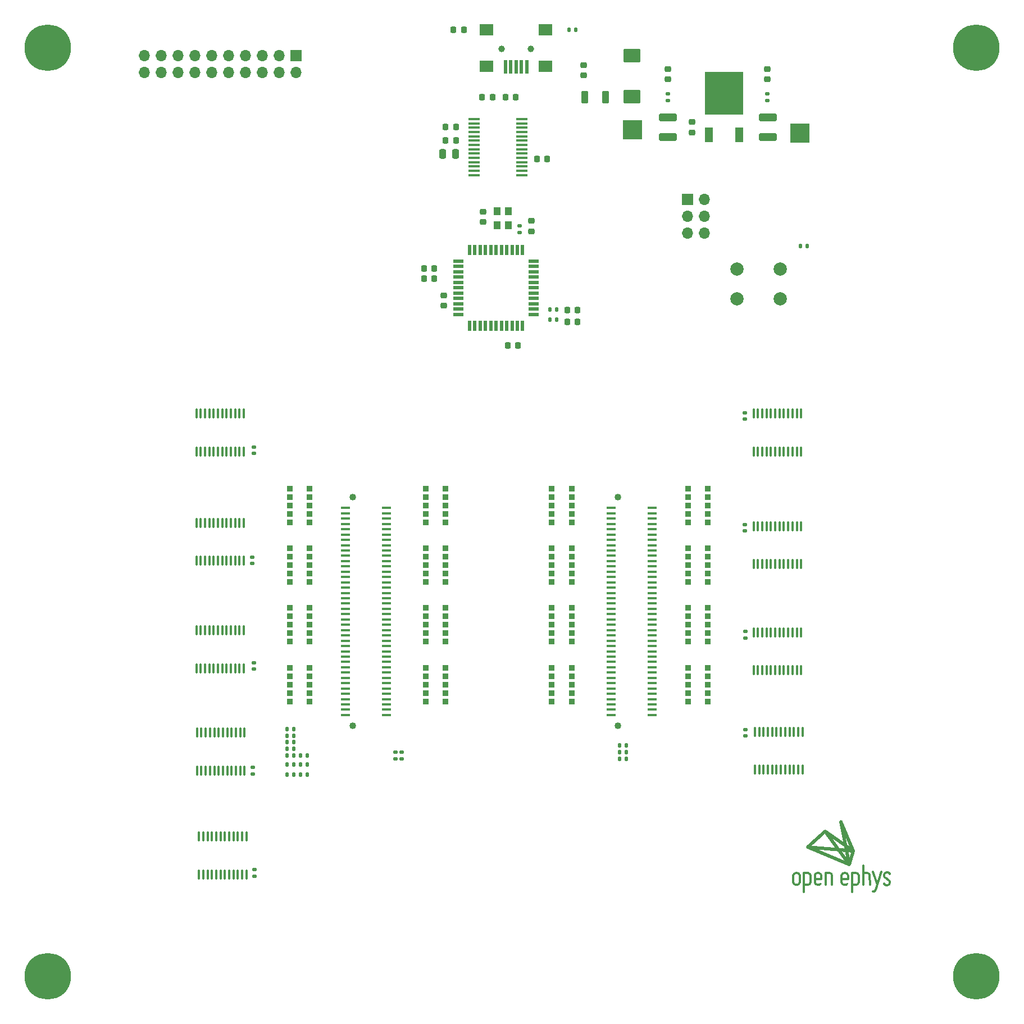
<source format=gbr>
%TF.GenerationSoftware,KiCad,Pcbnew,(6.0.0)*%
%TF.CreationDate,2022-10-06T12:47:50-04:00*%
%TF.ProjectId,ecp5u85-bse-usb_io-tester,65637035-7538-4352-9d62-73652d757362,A*%
%TF.SameCoordinates,Original*%
%TF.FileFunction,Soldermask,Top*%
%TF.FilePolarity,Negative*%
%FSLAX46Y46*%
G04 Gerber Fmt 4.6, Leading zero omitted, Abs format (unit mm)*
G04 Created by KiCad (PCBNEW (6.0.0)) date 2022-10-06 12:47:50*
%MOMM*%
%LPD*%
G01*
G04 APERTURE LIST*
G04 Aperture macros list*
%AMRoundRect*
0 Rectangle with rounded corners*
0 $1 Rounding radius*
0 $2 $3 $4 $5 $6 $7 $8 $9 X,Y pos of 4 corners*
0 Add a 4 corners polygon primitive as box body*
4,1,4,$2,$3,$4,$5,$6,$7,$8,$9,$2,$3,0*
0 Add four circle primitives for the rounded corners*
1,1,$1+$1,$2,$3*
1,1,$1+$1,$4,$5*
1,1,$1+$1,$6,$7*
1,1,$1+$1,$8,$9*
0 Add four rect primitives between the rounded corners*
20,1,$1+$1,$2,$3,$4,$5,0*
20,1,$1+$1,$4,$5,$6,$7,0*
20,1,$1+$1,$6,$7,$8,$9,0*
20,1,$1+$1,$8,$9,$2,$3,0*%
G04 Aperture macros list end*
%ADD10C,0.360000*%
%ADD11C,0.550000*%
%ADD12RoundRect,0.250000X1.025000X-0.787500X1.025000X0.787500X-1.025000X0.787500X-1.025000X-0.787500X0*%
%ADD13RoundRect,0.250000X-0.275000X-0.700000X0.275000X-0.700000X0.275000X0.700000X-0.275000X0.700000X0*%
%ADD14R,1.500000X0.550000*%
%ADD15R,0.550000X1.500000*%
%ADD16RoundRect,0.140000X0.170000X-0.140000X0.170000X0.140000X-0.170000X0.140000X-0.170000X-0.140000X0*%
%ADD17RoundRect,0.218750X-0.256250X0.218750X-0.256250X-0.218750X0.256250X-0.218750X0.256250X0.218750X0*%
%ADD18RoundRect,0.100000X-0.100000X0.637500X-0.100000X-0.637500X0.100000X-0.637500X0.100000X0.637500X0*%
%ADD19RoundRect,0.135000X-0.185000X0.135000X-0.185000X-0.135000X0.185000X-0.135000X0.185000X0.135000X0*%
%ADD20RoundRect,0.225000X-0.225000X0.225000X-0.225000X-0.225000X0.225000X-0.225000X0.225000X0.225000X0*%
%ADD21C,2.000000*%
%ADD22RoundRect,0.135000X-0.135000X-0.185000X0.135000X-0.185000X0.135000X0.185000X-0.135000X0.185000X0*%
%ADD23R,1.700000X1.700000*%
%ADD24O,1.700000X1.700000*%
%ADD25RoundRect,0.135000X0.135000X0.185000X-0.135000X0.185000X-0.135000X-0.185000X0.135000X-0.185000X0*%
%ADD26C,7.000000*%
%ADD27RoundRect,0.100000X0.100000X-0.637500X0.100000X0.637500X-0.100000X0.637500X-0.100000X-0.637500X0*%
%ADD28RoundRect,0.140000X-0.170000X0.140000X-0.170000X-0.140000X0.170000X-0.140000X0.170000X0.140000X0*%
%ADD29RoundRect,0.225000X0.250000X-0.225000X0.250000X0.225000X-0.250000X0.225000X-0.250000X-0.225000X0*%
%ADD30C,1.016000*%
%ADD31R,1.450000X0.457000*%
%ADD32RoundRect,0.225000X-0.225000X-0.250000X0.225000X-0.250000X0.225000X0.250000X-0.225000X0.250000X0*%
%ADD33RoundRect,0.218750X0.218750X0.256250X-0.218750X0.256250X-0.218750X-0.256250X0.218750X-0.256250X0*%
%ADD34RoundRect,0.225000X0.225000X0.250000X-0.225000X0.250000X-0.225000X-0.250000X0.225000X-0.250000X0*%
%ADD35R,1.100000X1.300000*%
%ADD36R,1.200000X2.200000*%
%ADD37R,5.800000X6.400000*%
%ADD38RoundRect,0.225000X-0.250000X0.225000X-0.250000X-0.225000X0.250000X-0.225000X0.250000X0.225000X0*%
%ADD39RoundRect,0.218750X0.256250X-0.218750X0.256250X0.218750X-0.256250X0.218750X-0.256250X-0.218750X0*%
%ADD40R,1.750000X0.450000*%
%ADD41RoundRect,0.250000X1.100000X-0.325000X1.100000X0.325000X-1.100000X0.325000X-1.100000X-0.325000X0*%
%ADD42C,1.000000*%
%ADD43R,0.500000X2.000000*%
%ADD44R,2.000000X1.700000*%
%ADD45R,3.000000X3.000000*%
%ADD46RoundRect,0.250000X0.250000X0.475000X-0.250000X0.475000X-0.250000X-0.475000X0.250000X-0.475000X0*%
G04 APERTURE END LIST*
D10*
%TO.C,*%
X289680000Y-192340000D02*
X289440000Y-192340000D01*
X280880000Y-192420000D02*
X280280000Y-192420000D01*
X289080000Y-192820000D02*
X289100000Y-192920000D01*
X285960000Y-194160000D02*
X285960000Y-191320000D01*
X286560000Y-192420000D02*
X286100000Y-192420000D01*
X281240000Y-194180000D02*
X281240000Y-192780000D01*
X289880000Y-192440000D02*
X289920000Y-192500000D01*
X287380000Y-192240000D02*
X288040000Y-194160000D01*
X284280000Y-194180000D02*
X284880000Y-194180000D01*
X282680000Y-192780000D02*
X282680000Y-193820000D01*
X285240000Y-193820000D02*
X285240000Y-192780000D01*
D11*
X284400000Y-189100000D02*
X280200000Y-186100000D01*
D10*
X289100000Y-192920000D02*
X289180000Y-193040000D01*
D11*
X283800000Y-191100000D02*
X284400000Y-189100000D01*
X283800000Y-191100000D02*
X282600000Y-184700000D01*
D10*
X289960000Y-193760000D02*
X289940000Y-193660000D01*
X286940000Y-194180000D02*
X286920000Y-192780000D01*
X283280000Y-192420000D02*
X283040000Y-192420000D01*
X275400000Y-192780000D02*
X275400000Y-193820000D01*
X289120000Y-194080000D02*
X289120000Y-194040000D01*
X282800000Y-193300000D02*
X283640000Y-193300000D01*
X279000000Y-194180000D02*
X279360000Y-194180000D01*
X284880000Y-192420000D02*
X284280000Y-192420000D01*
X279600000Y-192820000D02*
X279600000Y-193300000D01*
D11*
X283800000Y-191100000D02*
X277600000Y-188500000D01*
D10*
X277020000Y-194180000D02*
X277620000Y-194180000D01*
X277020000Y-192420000D02*
X277020000Y-194180000D01*
D11*
X280200000Y-186100000D02*
X283800000Y-191100000D01*
D10*
X289960000Y-193860000D02*
X289960000Y-193760000D01*
X289260000Y-194200000D02*
X289160000Y-194140000D01*
X287660000Y-195180000D02*
X287480000Y-195220000D01*
D11*
X277600000Y-188500000D02*
X280200000Y-186100000D01*
D10*
X280280000Y-192420000D02*
X280280000Y-194180000D01*
X284280000Y-192420000D02*
X284280000Y-194180000D01*
X278640000Y-192780000D02*
X278640000Y-193820000D01*
X289940000Y-193660000D02*
X289760000Y-193480000D01*
X277020000Y-194200000D02*
X277020000Y-195240000D01*
X276350000Y-193820000D02*
X276350000Y-192780000D01*
X279240000Y-192420000D02*
X279000000Y-192420000D01*
X278760000Y-193300000D02*
X279600000Y-193300000D01*
D11*
X282600000Y-184700000D02*
X284400000Y-189100000D01*
D10*
X277980000Y-193820000D02*
X277980000Y-192780000D01*
X289080000Y-192720000D02*
X289080000Y-192820000D01*
X289780000Y-192380000D02*
X289880000Y-192440000D01*
D11*
X277600000Y-188500000D02*
X284400000Y-189100000D01*
D10*
X283040000Y-194180000D02*
X283400000Y-194180000D01*
X288660000Y-192240000D02*
X287820000Y-194940000D01*
X289340000Y-194240000D02*
X289260000Y-194200000D01*
X289160000Y-194140000D02*
X289120000Y-194080000D01*
X287480000Y-195220000D02*
X287380000Y-195220000D01*
X289920000Y-192500000D02*
X289920000Y-192540000D01*
X275960000Y-194180000D02*
X275770000Y-194180000D01*
X289760000Y-193480000D02*
X289440000Y-193240000D01*
X275790000Y-192420000D02*
X275990000Y-192420000D01*
X289360000Y-194240000D02*
X289600000Y-194240000D01*
X283640000Y-192820000D02*
X283640000Y-193300000D01*
X289180000Y-193040000D02*
X289500000Y-193280000D01*
X277620000Y-192420000D02*
X277020000Y-192420000D01*
X289700000Y-192340000D02*
X289780000Y-192380000D01*
X287800000Y-194980000D02*
X287660000Y-195180000D01*
X284280000Y-194200000D02*
X284280000Y-195240000D01*
X277620000Y-194180000D02*
G75*
G03*
X277980000Y-193820000I-2J360002D01*
G01*
X276350000Y-192780000D02*
G75*
G03*
X275990000Y-192420000I-360002J-2D01*
G01*
X275990000Y-194180000D02*
G75*
G03*
X276350000Y-193820000I-2J360002D01*
G01*
X286920000Y-192780000D02*
G75*
G03*
X286560000Y-192420000I-360002J-2D01*
G01*
X277980000Y-192780000D02*
G75*
G03*
X277620000Y-192420000I-360002J-2D01*
G01*
X283400000Y-194180000D02*
G75*
G03*
X283540000Y-194040000I0J140000D01*
G01*
X282680000Y-193820000D02*
G75*
G03*
X283040000Y-194180000I360002J2D01*
G01*
X289600000Y-194240000D02*
G75*
G03*
X289960000Y-193880000I-2J360002D01*
G01*
X279360000Y-194180000D02*
G75*
G03*
X279500000Y-194040000I0J140000D01*
G01*
X283640000Y-192780000D02*
G75*
G03*
X283280000Y-192420000I-360002J-2D01*
G01*
X275400000Y-193820000D02*
G75*
G03*
X275760000Y-194180000I360002J2D01*
G01*
X278640000Y-193820000D02*
G75*
G03*
X279000000Y-194180000I360002J2D01*
G01*
X283040000Y-192420000D02*
G75*
G03*
X282680000Y-192780000I2J-360002D01*
G01*
X279000000Y-192420000D02*
G75*
G03*
X278640000Y-192780000I2J-360002D01*
G01*
X284880000Y-194180000D02*
G75*
G03*
X285240000Y-193820000I-2J360002D01*
G01*
X275760000Y-192420000D02*
G75*
G03*
X275400000Y-192780000I2J-360002D01*
G01*
X285240000Y-192780000D02*
G75*
G03*
X284880000Y-192420000I-360002J-2D01*
G01*
X281240000Y-192780000D02*
G75*
G03*
X280880000Y-192420000I-360002J-2D01*
G01*
X289440000Y-192340000D02*
G75*
G03*
X289080000Y-192700000I2J-360002D01*
G01*
X279600000Y-192780000D02*
G75*
G03*
X279240000Y-192420000I-360002J-2D01*
G01*
%TD*%
D12*
%TO.C,C15*%
X251100000Y-75412500D03*
X251100000Y-69187500D03*
%TD*%
D13*
%TO.C,FB2*%
X243925000Y-75500000D03*
X247075000Y-75500000D03*
%TD*%
D14*
%TO.C,U6*%
X224900000Y-100200000D03*
X224900000Y-101000000D03*
X224900000Y-101800000D03*
X224900000Y-102600000D03*
X224900000Y-103400000D03*
X224900000Y-104200000D03*
X224900000Y-105000000D03*
X224900000Y-105800000D03*
X224900000Y-106600000D03*
X224900000Y-107400000D03*
X224900000Y-108200000D03*
D15*
X226600000Y-109900000D03*
X227400000Y-109900000D03*
X228200000Y-109900000D03*
X229000000Y-109900000D03*
X229800000Y-109900000D03*
X230600000Y-109900000D03*
X231400000Y-109900000D03*
X232200000Y-109900000D03*
X233000000Y-109900000D03*
X233800000Y-109900000D03*
X234600000Y-109900000D03*
D14*
X236300000Y-108200000D03*
X236300000Y-107400000D03*
X236300000Y-106600000D03*
X236300000Y-105800000D03*
X236300000Y-105000000D03*
X236300000Y-104200000D03*
X236300000Y-103400000D03*
X236300000Y-102600000D03*
X236300000Y-101800000D03*
X236300000Y-101000000D03*
X236300000Y-100200000D03*
D15*
X234600000Y-98500000D03*
X233800000Y-98500000D03*
X233000000Y-98500000D03*
X232200000Y-98500000D03*
X231400000Y-98500000D03*
X230600000Y-98500000D03*
X229800000Y-98500000D03*
X229000000Y-98500000D03*
X228200000Y-98500000D03*
X227400000Y-98500000D03*
X226600000Y-98500000D03*
%TD*%
D16*
%TO.C,C6*%
X194100000Y-129180000D03*
X194100000Y-128220000D03*
%TD*%
D17*
%TO.C,D1*%
X256500000Y-71212500D03*
X256500000Y-72787500D03*
%TD*%
D18*
%TO.C,U5*%
X192575000Y-139637500D03*
X191925000Y-139637500D03*
X191275000Y-139637500D03*
X190625000Y-139637500D03*
X189975000Y-139637500D03*
X189325000Y-139637500D03*
X188675000Y-139637500D03*
X188025000Y-139637500D03*
X187375000Y-139637500D03*
X186725000Y-139637500D03*
X186075000Y-139637500D03*
X185425000Y-139637500D03*
X185425000Y-145362500D03*
X186075000Y-145362500D03*
X186725000Y-145362500D03*
X187375000Y-145362500D03*
X188025000Y-145362500D03*
X188675000Y-145362500D03*
X189325000Y-145362500D03*
X189975000Y-145362500D03*
X190625000Y-145362500D03*
X191275000Y-145362500D03*
X191925000Y-145362500D03*
X192575000Y-145362500D03*
%TD*%
D19*
%TO.C,R2*%
X216400000Y-174190000D03*
X216400000Y-175210000D03*
%TD*%
D20*
%TO.C,RN11*%
X262500000Y-161460000D03*
X259500000Y-161460000D03*
X262500000Y-162730000D03*
X259500000Y-162730000D03*
X262500000Y-164000000D03*
X259500000Y-164000000D03*
X262500000Y-165270000D03*
X259500000Y-165270000D03*
X262500000Y-166540000D03*
X259500000Y-166540000D03*
%TD*%
D21*
%TO.C,SW1*%
X273400000Y-101400000D03*
X266900000Y-101400000D03*
X273400000Y-105900000D03*
X266900000Y-105900000D03*
%TD*%
D22*
%TO.C,R5*%
X199090000Y-171700000D03*
X200110000Y-171700000D03*
%TD*%
D23*
%TO.C,J5*%
X200425000Y-69225000D03*
D24*
X200425000Y-71765000D03*
X197885000Y-69225000D03*
X197885000Y-71765000D03*
X195345000Y-69225000D03*
X195345000Y-71765000D03*
X192805000Y-69225000D03*
X192805000Y-71765000D03*
X190265000Y-69225000D03*
X190265000Y-71765000D03*
X187725000Y-69225000D03*
X187725000Y-71765000D03*
X185185000Y-69225000D03*
X185185000Y-71765000D03*
X182645000Y-69225000D03*
X182645000Y-71765000D03*
X180105000Y-69225000D03*
X180105000Y-71765000D03*
X177565000Y-69225000D03*
X177565000Y-71765000D03*
%TD*%
D22*
%TO.C,R17*%
X199080000Y-174700000D03*
X200100000Y-174700000D03*
%TD*%
D25*
%TO.C,R19*%
X242620000Y-65350000D03*
X241600000Y-65350000D03*
%TD*%
D26*
%TO.C,H3*%
X163000000Y-68000000D03*
%TD*%
D19*
%TO.C,R1*%
X215400000Y-174190000D03*
X215400000Y-175210000D03*
%TD*%
D27*
%TO.C,U7*%
X269425000Y-161862500D03*
X270075000Y-161862500D03*
X270725000Y-161862500D03*
X271375000Y-161862500D03*
X272025000Y-161862500D03*
X272675000Y-161862500D03*
X273325000Y-161862500D03*
X273975000Y-161862500D03*
X274625000Y-161862500D03*
X275275000Y-161862500D03*
X275925000Y-161862500D03*
X276575000Y-161862500D03*
X276575000Y-156137500D03*
X275925000Y-156137500D03*
X275275000Y-156137500D03*
X274625000Y-156137500D03*
X273975000Y-156137500D03*
X273325000Y-156137500D03*
X272675000Y-156137500D03*
X272025000Y-156137500D03*
X271375000Y-156137500D03*
X270725000Y-156137500D03*
X270075000Y-156137500D03*
X269425000Y-156137500D03*
%TD*%
D20*
%TO.C,RN16*%
X262500000Y-134460000D03*
X259500000Y-134460000D03*
X262500000Y-135730000D03*
X259500000Y-135730000D03*
X262500000Y-137000000D03*
X259500000Y-137000000D03*
X262500000Y-138270000D03*
X259500000Y-138270000D03*
X262500000Y-139540000D03*
X259500000Y-139540000D03*
%TD*%
D23*
%TO.C,J4*%
X259425000Y-90875000D03*
D24*
X261965000Y-90875000D03*
X259425000Y-93415000D03*
X261965000Y-93415000D03*
X259425000Y-95955000D03*
X261965000Y-95955000D03*
%TD*%
D28*
%TO.C,C10*%
X268200000Y-170820000D03*
X268200000Y-171780000D03*
%TD*%
D18*
%TO.C,U4*%
X192575000Y-123137500D03*
X191925000Y-123137500D03*
X191275000Y-123137500D03*
X190625000Y-123137500D03*
X189975000Y-123137500D03*
X189325000Y-123137500D03*
X188675000Y-123137500D03*
X188025000Y-123137500D03*
X187375000Y-123137500D03*
X186725000Y-123137500D03*
X186075000Y-123137500D03*
X185425000Y-123137500D03*
X185425000Y-128862500D03*
X186075000Y-128862500D03*
X186725000Y-128862500D03*
X187375000Y-128862500D03*
X188025000Y-128862500D03*
X188675000Y-128862500D03*
X189325000Y-128862500D03*
X189975000Y-128862500D03*
X190625000Y-128862500D03*
X191275000Y-128862500D03*
X191925000Y-128862500D03*
X192575000Y-128862500D03*
%TD*%
D29*
%TO.C,C4*%
X260100000Y-80775000D03*
X260100000Y-79225000D03*
%TD*%
D30*
%TO.C,J3*%
X248968000Y-135762000D03*
X248968000Y-170238000D03*
D31*
X247914000Y-168600000D03*
X254086000Y-168600000D03*
X247914000Y-167800000D03*
X254086000Y-167800000D03*
X247914000Y-167000000D03*
X254086000Y-167000000D03*
X247914000Y-166200000D03*
X254086000Y-166200000D03*
X247914000Y-165400000D03*
X254086000Y-165400000D03*
X247914000Y-164600000D03*
X254086000Y-164600000D03*
X247914000Y-163800000D03*
X254086000Y-163800000D03*
X247914000Y-163000000D03*
X254086000Y-163000000D03*
X247914000Y-162200000D03*
X254086000Y-162200000D03*
X247914000Y-161400000D03*
X254086000Y-161400000D03*
X247914000Y-160600000D03*
X254086000Y-160600000D03*
X247914000Y-159800000D03*
X254086000Y-159800000D03*
X247914000Y-159000000D03*
X254086000Y-159000000D03*
X247914000Y-158200000D03*
X254086000Y-158200000D03*
X247914000Y-157400000D03*
X254086000Y-157400000D03*
X247914000Y-156600000D03*
X254086000Y-156600000D03*
X247914000Y-155800000D03*
X254086000Y-155800000D03*
X247914000Y-155000000D03*
X254086000Y-155000000D03*
X247914000Y-154200000D03*
X254086000Y-154200000D03*
X247914000Y-153400000D03*
X254086000Y-153400000D03*
X247914000Y-152600000D03*
X254086000Y-152600000D03*
X247914000Y-151800000D03*
X254086000Y-151800000D03*
X247914000Y-151000000D03*
X254086000Y-151000000D03*
X247914000Y-150200000D03*
X254086000Y-150200000D03*
X247914000Y-149400000D03*
X254086000Y-149400000D03*
X247914000Y-148600000D03*
X254086000Y-148600000D03*
X247914000Y-147800000D03*
X254086000Y-147800000D03*
X247914000Y-147000000D03*
X254086000Y-147000000D03*
X247914000Y-146200000D03*
X254086000Y-146200000D03*
X247914000Y-145400000D03*
X254086000Y-145400000D03*
X247914000Y-144600000D03*
X254086000Y-144600000D03*
X247914000Y-143800000D03*
X254086000Y-143800000D03*
X247914000Y-143000000D03*
X254086000Y-143000000D03*
X247914000Y-142200000D03*
X254086000Y-142200000D03*
X247914000Y-141400000D03*
X254086000Y-141400000D03*
X247914000Y-140600000D03*
X254086000Y-140600000D03*
X247914000Y-139800000D03*
X254086000Y-139800000D03*
X247914000Y-139000000D03*
X254086000Y-139000000D03*
X247914000Y-138200000D03*
X254086000Y-138200000D03*
X247914000Y-137400000D03*
X254086000Y-137400000D03*
%TD*%
D20*
%TO.C,RN3*%
X223000000Y-161460000D03*
X220000000Y-161460000D03*
X223000000Y-162730000D03*
X220000000Y-162730000D03*
X223000000Y-164000000D03*
X220000000Y-164000000D03*
X223000000Y-165270000D03*
X220000000Y-165270000D03*
X223000000Y-166540000D03*
X220000000Y-166540000D03*
%TD*%
D18*
%TO.C,U1*%
X192975000Y-186937500D03*
X192325000Y-186937500D03*
X191675000Y-186937500D03*
X191025000Y-186937500D03*
X190375000Y-186937500D03*
X189725000Y-186937500D03*
X189075000Y-186937500D03*
X188425000Y-186937500D03*
X187775000Y-186937500D03*
X187125000Y-186937500D03*
X186475000Y-186937500D03*
X185825000Y-186937500D03*
X185825000Y-192662500D03*
X186475000Y-192662500D03*
X187125000Y-192662500D03*
X187775000Y-192662500D03*
X188425000Y-192662500D03*
X189075000Y-192662500D03*
X189725000Y-192662500D03*
X190375000Y-192662500D03*
X191025000Y-192662500D03*
X191675000Y-192662500D03*
X192325000Y-192662500D03*
X192975000Y-192662500D03*
%TD*%
D32*
%TO.C,C25*%
X232325000Y-112900000D03*
X233875000Y-112900000D03*
%TD*%
D19*
%TO.C,R15*%
X271500000Y-74990000D03*
X271500000Y-76010000D03*
%TD*%
D33*
%TO.C,FB1*%
X221287500Y-101300000D03*
X219712500Y-101300000D03*
%TD*%
D34*
%TO.C,C17*%
X224550000Y-82000000D03*
X223000000Y-82000000D03*
%TD*%
D20*
%TO.C,RN15*%
X262500000Y-152460000D03*
X259500000Y-152460000D03*
X262500000Y-153730000D03*
X259500000Y-153730000D03*
X262500000Y-155000000D03*
X259500000Y-155000000D03*
X262500000Y-156270000D03*
X259500000Y-156270000D03*
X262500000Y-157540000D03*
X259500000Y-157540000D03*
%TD*%
%TO.C,RN7*%
X223000000Y-152460000D03*
X220000000Y-152460000D03*
X223000000Y-153730000D03*
X220000000Y-153730000D03*
X223000000Y-155000000D03*
X220000000Y-155000000D03*
X223000000Y-156270000D03*
X220000000Y-156270000D03*
X223000000Y-157540000D03*
X220000000Y-157540000D03*
%TD*%
D35*
%TO.C,U13*%
X232410000Y-92670000D03*
X232410000Y-94770000D03*
X230760000Y-94770000D03*
X230760000Y-92670000D03*
%TD*%
D22*
%TO.C,R8*%
X199090000Y-177600000D03*
X200110000Y-177600000D03*
%TD*%
D27*
%TO.C,U8*%
X269625000Y-176862500D03*
X270275000Y-176862500D03*
X270925000Y-176862500D03*
X271575000Y-176862500D03*
X272225000Y-176862500D03*
X272875000Y-176862500D03*
X273525000Y-176862500D03*
X274175000Y-176862500D03*
X274825000Y-176862500D03*
X275475000Y-176862500D03*
X276125000Y-176862500D03*
X276775000Y-176862500D03*
X276775000Y-171137500D03*
X276125000Y-171137500D03*
X275475000Y-171137500D03*
X274825000Y-171137500D03*
X274175000Y-171137500D03*
X273525000Y-171137500D03*
X272875000Y-171137500D03*
X272225000Y-171137500D03*
X271575000Y-171137500D03*
X270925000Y-171137500D03*
X270275000Y-171137500D03*
X269625000Y-171137500D03*
%TD*%
D33*
%TO.C,D2*%
X242887500Y-109300000D03*
X241312500Y-109300000D03*
%TD*%
D19*
%TO.C,R12*%
X234100000Y-94890000D03*
X234100000Y-95910000D03*
%TD*%
D20*
%TO.C,RN2*%
X202500000Y-143460000D03*
X199500000Y-143460000D03*
X202500000Y-144730000D03*
X199500000Y-144730000D03*
X202500000Y-146000000D03*
X199500000Y-146000000D03*
X202500000Y-147270000D03*
X199500000Y-147270000D03*
X202500000Y-148540000D03*
X199500000Y-148540000D03*
%TD*%
D22*
%TO.C,R20*%
X276490000Y-97900000D03*
X277510000Y-97900000D03*
%TD*%
D20*
%TO.C,RN1*%
X202500000Y-161460000D03*
X199500000Y-161460000D03*
X202500000Y-162730000D03*
X199500000Y-162730000D03*
X202500000Y-164000000D03*
X199500000Y-164000000D03*
X202500000Y-165270000D03*
X199500000Y-165270000D03*
X202500000Y-166540000D03*
X199500000Y-166540000D03*
%TD*%
%TO.C,RN12*%
X262500000Y-143460000D03*
X259500000Y-143460000D03*
X262500000Y-144730000D03*
X259500000Y-144730000D03*
X262500000Y-146000000D03*
X259500000Y-146000000D03*
X262500000Y-147270000D03*
X259500000Y-147270000D03*
X262500000Y-148540000D03*
X259500000Y-148540000D03*
%TD*%
D16*
%TO.C,C13*%
X193900000Y-177480000D03*
X193900000Y-176520000D03*
%TD*%
D22*
%TO.C,R16*%
X201090000Y-176100000D03*
X202110000Y-176100000D03*
%TD*%
%TO.C,R18*%
X201090000Y-174700000D03*
X202110000Y-174700000D03*
%TD*%
D20*
%TO.C,RN5*%
X202500000Y-152460000D03*
X199500000Y-152460000D03*
X202500000Y-153730000D03*
X199500000Y-153730000D03*
X202500000Y-155000000D03*
X199500000Y-155000000D03*
X202500000Y-156270000D03*
X199500000Y-156270000D03*
X202500000Y-157540000D03*
X199500000Y-157540000D03*
%TD*%
D22*
%TO.C,R4*%
X199090000Y-172700000D03*
X200110000Y-172700000D03*
%TD*%
D29*
%TO.C,C14*%
X243800000Y-72175000D03*
X243800000Y-70625000D03*
%TD*%
D32*
%TO.C,C18*%
X236725000Y-84800000D03*
X238275000Y-84800000D03*
%TD*%
D18*
%TO.C,U11*%
X192675000Y-171237500D03*
X192025000Y-171237500D03*
X191375000Y-171237500D03*
X190725000Y-171237500D03*
X190075000Y-171237500D03*
X189425000Y-171237500D03*
X188775000Y-171237500D03*
X188125000Y-171237500D03*
X187475000Y-171237500D03*
X186825000Y-171237500D03*
X186175000Y-171237500D03*
X185525000Y-171237500D03*
X185525000Y-176962500D03*
X186175000Y-176962500D03*
X186825000Y-176962500D03*
X187475000Y-176962500D03*
X188125000Y-176962500D03*
X188775000Y-176962500D03*
X189425000Y-176962500D03*
X190075000Y-176962500D03*
X190725000Y-176962500D03*
X191375000Y-176962500D03*
X192025000Y-176962500D03*
X192675000Y-176962500D03*
%TD*%
D22*
%TO.C,R3*%
X199090000Y-173700000D03*
X200110000Y-173700000D03*
%TD*%
D25*
%TO.C,R22*%
X250210000Y-174200000D03*
X249190000Y-174200000D03*
%TD*%
D22*
%TO.C,R6*%
X199090000Y-170700000D03*
X200110000Y-170700000D03*
%TD*%
%TO.C,R14*%
X199090000Y-176100000D03*
X200110000Y-176100000D03*
%TD*%
D18*
%TO.C,U2*%
X192575000Y-155837500D03*
X191925000Y-155837500D03*
X191275000Y-155837500D03*
X190625000Y-155837500D03*
X189975000Y-155837500D03*
X189325000Y-155837500D03*
X188675000Y-155837500D03*
X188025000Y-155837500D03*
X187375000Y-155837500D03*
X186725000Y-155837500D03*
X186075000Y-155837500D03*
X185425000Y-155837500D03*
X185425000Y-161562500D03*
X186075000Y-161562500D03*
X186725000Y-161562500D03*
X187375000Y-161562500D03*
X188025000Y-161562500D03*
X188675000Y-161562500D03*
X189325000Y-161562500D03*
X189975000Y-161562500D03*
X190625000Y-161562500D03*
X191275000Y-161562500D03*
X191925000Y-161562500D03*
X192575000Y-161562500D03*
%TD*%
D36*
%TO.C,U3*%
X262645000Y-81145000D03*
D37*
X264925000Y-74845000D03*
D36*
X267205000Y-81145000D03*
%TD*%
D20*
%TO.C,RN10*%
X242000000Y-143460000D03*
X239000000Y-143460000D03*
X242000000Y-144730000D03*
X239000000Y-144730000D03*
X242000000Y-146000000D03*
X239000000Y-146000000D03*
X242000000Y-147270000D03*
X239000000Y-147270000D03*
X242000000Y-148540000D03*
X239000000Y-148540000D03*
%TD*%
D38*
%TO.C,C23*%
X228600000Y-92725000D03*
X228600000Y-94275000D03*
%TD*%
D30*
%TO.C,J1*%
X208968000Y-135762000D03*
X208968000Y-170238000D03*
D31*
X207914000Y-168600000D03*
X214086000Y-168600000D03*
X207914000Y-167800000D03*
X214086000Y-167800000D03*
X207914000Y-167000000D03*
X214086000Y-167000000D03*
X207914000Y-166200000D03*
X214086000Y-166200000D03*
X207914000Y-165400000D03*
X214086000Y-165400000D03*
X207914000Y-164600000D03*
X214086000Y-164600000D03*
X207914000Y-163800000D03*
X214086000Y-163800000D03*
X207914000Y-163000000D03*
X214086000Y-163000000D03*
X207914000Y-162200000D03*
X214086000Y-162200000D03*
X207914000Y-161400000D03*
X214086000Y-161400000D03*
X207914000Y-160600000D03*
X214086000Y-160600000D03*
X207914000Y-159800000D03*
X214086000Y-159800000D03*
X207914000Y-159000000D03*
X214086000Y-159000000D03*
X207914000Y-158200000D03*
X214086000Y-158200000D03*
X207914000Y-157400000D03*
X214086000Y-157400000D03*
X207914000Y-156600000D03*
X214086000Y-156600000D03*
X207914000Y-155800000D03*
X214086000Y-155800000D03*
X207914000Y-155000000D03*
X214086000Y-155000000D03*
X207914000Y-154200000D03*
X214086000Y-154200000D03*
X207914000Y-153400000D03*
X214086000Y-153400000D03*
X207914000Y-152600000D03*
X214086000Y-152600000D03*
X207914000Y-151800000D03*
X214086000Y-151800000D03*
X207914000Y-151000000D03*
X214086000Y-151000000D03*
X207914000Y-150200000D03*
X214086000Y-150200000D03*
X207914000Y-149400000D03*
X214086000Y-149400000D03*
X207914000Y-148600000D03*
X214086000Y-148600000D03*
X207914000Y-147800000D03*
X214086000Y-147800000D03*
X207914000Y-147000000D03*
X214086000Y-147000000D03*
X207914000Y-146200000D03*
X214086000Y-146200000D03*
X207914000Y-145400000D03*
X214086000Y-145400000D03*
X207914000Y-144600000D03*
X214086000Y-144600000D03*
X207914000Y-143800000D03*
X214086000Y-143800000D03*
X207914000Y-143000000D03*
X214086000Y-143000000D03*
X207914000Y-142200000D03*
X214086000Y-142200000D03*
X207914000Y-141400000D03*
X214086000Y-141400000D03*
X207914000Y-140600000D03*
X214086000Y-140600000D03*
X207914000Y-139800000D03*
X214086000Y-139800000D03*
X207914000Y-139000000D03*
X214086000Y-139000000D03*
X207914000Y-138200000D03*
X214086000Y-138200000D03*
X207914000Y-137400000D03*
X214086000Y-137400000D03*
%TD*%
D20*
%TO.C,RN8*%
X223000000Y-134460000D03*
X220000000Y-134460000D03*
X223000000Y-135730000D03*
X220000000Y-135730000D03*
X223000000Y-137000000D03*
X220000000Y-137000000D03*
X223000000Y-138270000D03*
X220000000Y-138270000D03*
X223000000Y-139540000D03*
X220000000Y-139540000D03*
%TD*%
D27*
%TO.C,U9*%
X269425000Y-145862500D03*
X270075000Y-145862500D03*
X270725000Y-145862500D03*
X271375000Y-145862500D03*
X272025000Y-145862500D03*
X272675000Y-145862500D03*
X273325000Y-145862500D03*
X273975000Y-145862500D03*
X274625000Y-145862500D03*
X275275000Y-145862500D03*
X275925000Y-145862500D03*
X276575000Y-145862500D03*
X276575000Y-140137500D03*
X275925000Y-140137500D03*
X275275000Y-140137500D03*
X274625000Y-140137500D03*
X273975000Y-140137500D03*
X273325000Y-140137500D03*
X272675000Y-140137500D03*
X272025000Y-140137500D03*
X271375000Y-140137500D03*
X270725000Y-140137500D03*
X270075000Y-140137500D03*
X269425000Y-140137500D03*
%TD*%
D39*
%TO.C,D5*%
X235900000Y-95687500D03*
X235900000Y-94112500D03*
%TD*%
D40*
%TO.C,U12*%
X234515000Y-87225000D03*
X234515000Y-86575000D03*
X234515000Y-85925000D03*
X234515000Y-85275000D03*
X234515000Y-84625000D03*
X234515000Y-83975000D03*
X234515000Y-83325000D03*
X234515000Y-82675000D03*
X234515000Y-82025000D03*
X234515000Y-81375000D03*
X234515000Y-80725000D03*
X234515000Y-80075000D03*
X234515000Y-79425000D03*
X234515000Y-78775000D03*
X227315000Y-78775000D03*
X227315000Y-79425000D03*
X227315000Y-80075000D03*
X227315000Y-80725000D03*
X227315000Y-81375000D03*
X227315000Y-82025000D03*
X227315000Y-82675000D03*
X227315000Y-83325000D03*
X227315000Y-83975000D03*
X227315000Y-84625000D03*
X227315000Y-85275000D03*
X227315000Y-85925000D03*
X227315000Y-86575000D03*
X227315000Y-87225000D03*
%TD*%
D17*
%TO.C,D6*%
X271500000Y-71212500D03*
X271500000Y-72787500D03*
%TD*%
D25*
%TO.C,R9*%
X239710000Y-109000000D03*
X238690000Y-109000000D03*
%TD*%
%TO.C,R21*%
X250210000Y-173200000D03*
X249190000Y-173200000D03*
%TD*%
D34*
%TO.C,C24*%
X221275000Y-102800000D03*
X219725000Y-102800000D03*
%TD*%
D29*
%TO.C,C8*%
X222700000Y-106875000D03*
X222700000Y-105325000D03*
%TD*%
D34*
%TO.C,C20*%
X230050000Y-75500000D03*
X228500000Y-75500000D03*
%TD*%
D28*
%TO.C,C9*%
X268200000Y-156020000D03*
X268200000Y-156980000D03*
%TD*%
D27*
%TO.C,U10*%
X269425000Y-128862500D03*
X270075000Y-128862500D03*
X270725000Y-128862500D03*
X271375000Y-128862500D03*
X272025000Y-128862500D03*
X272675000Y-128862500D03*
X273325000Y-128862500D03*
X273975000Y-128862500D03*
X274625000Y-128862500D03*
X275275000Y-128862500D03*
X275925000Y-128862500D03*
X276575000Y-128862500D03*
X276575000Y-123137500D03*
X275925000Y-123137500D03*
X275275000Y-123137500D03*
X274625000Y-123137500D03*
X273975000Y-123137500D03*
X273325000Y-123137500D03*
X272675000Y-123137500D03*
X272025000Y-123137500D03*
X271375000Y-123137500D03*
X270725000Y-123137500D03*
X270075000Y-123137500D03*
X269425000Y-123137500D03*
%TD*%
D41*
%TO.C,C3*%
X256500000Y-81475000D03*
X256500000Y-78525000D03*
%TD*%
D26*
%TO.C,H1*%
X303000000Y-68000000D03*
%TD*%
D25*
%TO.C,R10*%
X239710000Y-107500000D03*
X238690000Y-107500000D03*
%TD*%
D42*
%TO.C,J2*%
X231400000Y-68200000D03*
X235800000Y-68200000D03*
D43*
X235200000Y-70900000D03*
X234400000Y-70900000D03*
X233600000Y-70900000D03*
X232800000Y-70900000D03*
X232000000Y-70900000D03*
D44*
X229150000Y-70800000D03*
X238050000Y-70800000D03*
X238050000Y-65350000D03*
X229150000Y-65350000D03*
%TD*%
D20*
%TO.C,RN13*%
X242000000Y-152460000D03*
X239000000Y-152460000D03*
X242000000Y-153730000D03*
X239000000Y-153730000D03*
X242000000Y-155000000D03*
X239000000Y-155000000D03*
X242000000Y-156270000D03*
X239000000Y-156270000D03*
X242000000Y-157540000D03*
X239000000Y-157540000D03*
%TD*%
D33*
%TO.C,D3*%
X242900000Y-107600000D03*
X241325000Y-107600000D03*
%TD*%
D22*
%TO.C,R13*%
X201090000Y-177600000D03*
X202110000Y-177600000D03*
%TD*%
D41*
%TO.C,C5*%
X271530000Y-81475000D03*
X271530000Y-78525000D03*
%TD*%
D16*
%TO.C,C7*%
X193800000Y-145780000D03*
X193800000Y-144820000D03*
%TD*%
D20*
%TO.C,RN6*%
X202500000Y-134460000D03*
X199500000Y-134460000D03*
X202500000Y-135730000D03*
X199500000Y-135730000D03*
X202500000Y-137000000D03*
X199500000Y-137000000D03*
X202500000Y-138270000D03*
X199500000Y-138270000D03*
X202500000Y-139540000D03*
X199500000Y-139540000D03*
%TD*%
D16*
%TO.C,C2*%
X194100000Y-161660000D03*
X194100000Y-160700000D03*
%TD*%
D26*
%TO.C,H4*%
X303000000Y-208000000D03*
%TD*%
D34*
%TO.C,C22*%
X225720000Y-65350000D03*
X224170000Y-65350000D03*
%TD*%
D45*
%TO.C,TP1*%
X251200000Y-80400000D03*
%TD*%
D20*
%TO.C,RN4*%
X220000000Y-148540000D03*
X223000000Y-148540000D03*
X220000000Y-147270000D03*
X223000000Y-147270000D03*
X220000000Y-146000000D03*
X223000000Y-146000000D03*
X220000000Y-144730000D03*
X223000000Y-144730000D03*
X220000000Y-143460000D03*
X223000000Y-143460000D03*
%TD*%
%TO.C,RN9*%
X242000000Y-161460000D03*
X239000000Y-161460000D03*
X242000000Y-162730000D03*
X239000000Y-162730000D03*
X242000000Y-164000000D03*
X239000000Y-164000000D03*
X242000000Y-165270000D03*
X239000000Y-165270000D03*
X242000000Y-166540000D03*
X239000000Y-166540000D03*
%TD*%
D28*
%TO.C,C12*%
X268100000Y-123020000D03*
X268100000Y-123980000D03*
%TD*%
%TO.C,C11*%
X268100000Y-139920000D03*
X268100000Y-140880000D03*
%TD*%
D46*
%TO.C,C16*%
X224450000Y-84000000D03*
X222550000Y-84000000D03*
%TD*%
D32*
%TO.C,C21*%
X232000000Y-75500000D03*
X233550000Y-75500000D03*
%TD*%
D26*
%TO.C,H2*%
X163000000Y-208000000D03*
%TD*%
D25*
%TO.C,R23*%
X250210000Y-175200000D03*
X249190000Y-175200000D03*
%TD*%
D45*
%TO.C,TP2*%
X276400000Y-80900000D03*
%TD*%
D20*
%TO.C,RN14*%
X242000000Y-134460000D03*
X239000000Y-134460000D03*
X242000000Y-135730000D03*
X239000000Y-135730000D03*
X242000000Y-137000000D03*
X239000000Y-137000000D03*
X242000000Y-138270000D03*
X239000000Y-138270000D03*
X242000000Y-139540000D03*
X239000000Y-139540000D03*
%TD*%
D19*
%TO.C,R7*%
X256500000Y-74990000D03*
X256500000Y-76010000D03*
%TD*%
D34*
%TO.C,C19*%
X224550000Y-80000000D03*
X223000000Y-80000000D03*
%TD*%
D16*
%TO.C,C1*%
X194200000Y-192880000D03*
X194200000Y-191920000D03*
%TD*%
M02*

</source>
